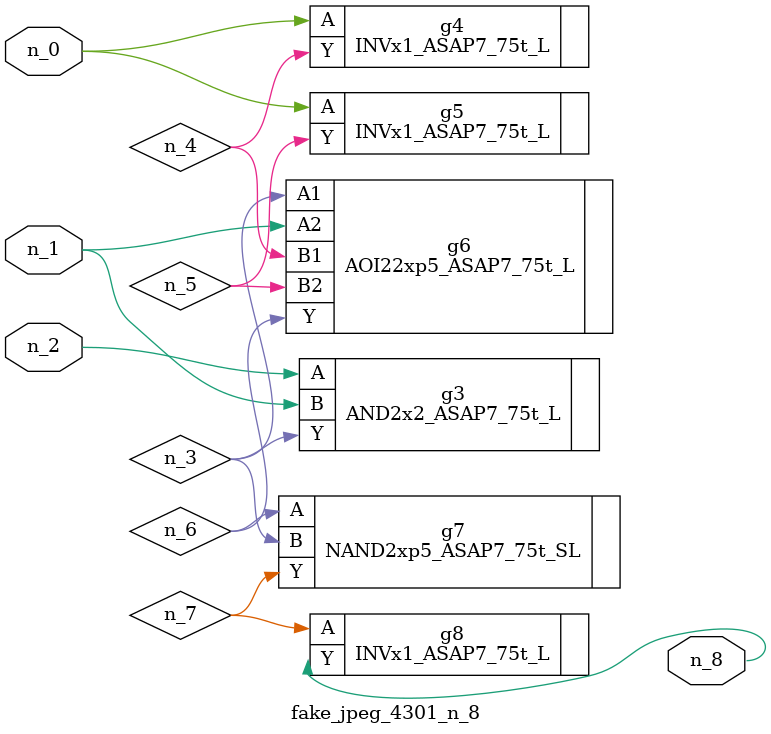
<source format=v>
module fake_jpeg_4301_n_8 (n_0, n_2, n_1, n_8);

input n_0;
input n_2;
input n_1;

output n_8;

wire n_3;
wire n_4;
wire n_6;
wire n_5;
wire n_7;

AND2x2_ASAP7_75t_L g3 ( 
.A(n_2),
.B(n_1),
.Y(n_3)
);

INVx1_ASAP7_75t_L g4 ( 
.A(n_0),
.Y(n_4)
);

INVx1_ASAP7_75t_L g5 ( 
.A(n_0),
.Y(n_5)
);

AOI22xp5_ASAP7_75t_L g6 ( 
.A1(n_3),
.A2(n_1),
.B1(n_4),
.B2(n_5),
.Y(n_6)
);

NAND2xp5_ASAP7_75t_SL g7 ( 
.A(n_6),
.B(n_3),
.Y(n_7)
);

INVx1_ASAP7_75t_L g8 ( 
.A(n_7),
.Y(n_8)
);


endmodule
</source>
